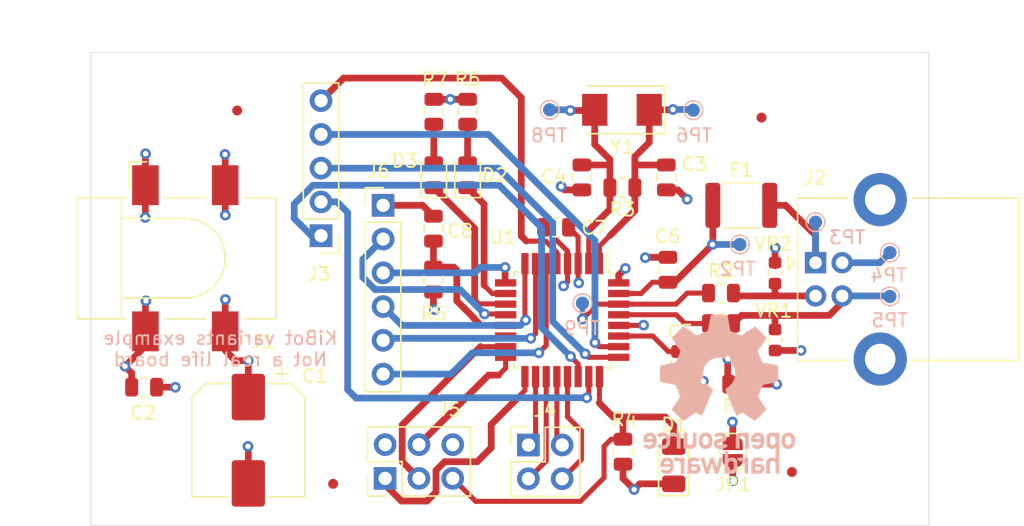
<source format=kicad_pcb>
(kicad_pcb (version 20221018) (generator pcbnew)
  (title_block (title "Arduino UNO programmer") (date "${date}") (rev "${git_hash}") (company "Instituto Nacional de Tecnología Industrial") (comment 4 "An example of KiBot variants"))
  (layers (0 "F.Cu" signal) (1 "In1.Cu" power "GND.Cu") (2 "In2.Cu" power "Power.Cu") (31 "B.Cu" signal) (34 "B.Paste" user) (35 "F.Paste" user) (36 "B.SilkS" user "B.Silkscreen") (37 "F.SilkS" user "F.Silkscreen") (38 "B.Mask" user) (39 "F.Mask" user) (44 "Edge.Cuts" user))
  (property "date" "Today")
  (property "git_hash" "WIP")
  (net 0 "")
  (net 1 "GND")
  (net 2 "+5V")
  (net 3 "Net-(C3-Pad1)")
  (net 4 "Net-(C4-Pad1)")
  (net 5 "Earth")
  (net 6 "Net-(C5-Pad1)")
  (net 7 "VBUS")
  (net 8 "Net-(C8-Pad2)")
  (net 9 "/DTR")
  (net 10 "/RESET2")
  (net 11 "Net-(D2-Pad2)")
  (net 12 "/RXLED")
  (net 13 "Net-(D3-Pad2)")
  (net 14 "/TXLED")
  (net 15 "Net-(F1-Pad2)")
  (net 16 "Net-(FB1-Pad1)")
  (net 17 "Net-(J2-Pad3)")
  (net 18 "Net-(J2-Pad2)")
  (net 19 "Net-(J3-Pad5)")
  (net 20 "Net-(J3-Pad4)")
  (net 21 "Net-(J3-Pad3)")
  (net 22 "Net-(J3-Pad2)")
  (net 23 "Net-(J3-Pad1)")
  (net 24 "Net-(J4-Pad4)")
  (net 25 "Net-(J4-Pad3)")
  (net 26 "Net-(J4-Pad2)")
  (net 27 "Net-(J4-Pad1)")
  (net 28 "/MOSI2")
  (net 29 "/SCK2")
  (net 30 "/MISO2")
  (net 31 "Net-(J6-Pad6)")
  (net 32 "Net-(J6-Pad5)")
  (net 33 "Net-(J6-Pad4)")
  (net 34 "Net-(J6-Pad3)")
  (net 35 "Net-(J6-Pad2)")
  (net 36 "Net-(R1-Pad1)")
  (net 37 "Net-(R2-Pad1)")
  (net 38 "Net-(U1-Pad14)")
  (footprint "Capacitor_SMD:CP_Elec_8x10" (layer "F.Cu") (at 130.8354 94.8944 -90)
    (fp_text reference "C1" (at -4.8514 -5.0038 180) (layer "F.SilkS"))
    (fp_text value "47uF")
    (pad "1" smd roundrect (at -3.25 0 270) (size 3.5 2.5) (layers "F.Cu" "F.Paste" "F.Mask") (roundrect_rratio 0.1) (net 2 "+5V"))
    (pad "2" smd roundrect (at 3.25 0 270) (size 3.5 2.5) (layers "F.Cu" "F.Paste" "F.Mask") (roundrect_rratio 0.1) (net 1 "GND"))
  )
  (footprint "Capacitor_SMD:C_0805_2012Metric" (layer "F.Cu") (at 123 90.9)
    (fp_text reference "C2" (at -0.064 1.937) (layer "F.SilkS"))
    (fp_text value "100nF")
    (pad "1" smd roundrect (at -0.9375 0) (size 0.975 1.4) (layers "F.Cu" "F.Paste" "F.Mask") (net 2 "+5V"))
    (pad "2" smd roundrect (at 0.9375 0) (size 0.975 1.4) (layers "F.Cu" "F.Paste" "F.Mask") (net 1 "GND"))
  )
  (footprint "Capacitor_SMD:C_0805_2012Metric" (layer "F.Cu") (at 162.26 75.116 -90)
    (fp_text reference "C3" (at -0.9988 -2.1034 180) (layer "F.SilkS"))
    (fp_text value "22pF")
    (pad "1" smd roundrect (at -0.9375 0 270) (size 0.975 1.4) (layers "F.Cu" "F.Paste" "F.Mask") (net 3 "Net-(C3-Pad1)"))
    (pad "2" smd roundrect (at 0.9375 0 270) (size 0.975 1.4) (layers "F.Cu" "F.Paste" "F.Mask") (net 1 "GND"))
  )
  (footprint "Capacitor_SMD:C_0805_2012Metric" (layer "F.Cu") (at 155.91 75.116 -90)
    (fp_text reference "C4" (at -0.059 2.113 180) (layer "F.SilkS"))
    (fp_text value "22pF")
    (pad "1" smd roundrect (at -0.9375 0 270) (size 0.975 1.4) (layers "F.Cu" "F.Paste" "F.Mask") (net 4 "Net-(C4-Pad1)"))
    (pad "2" smd roundrect (at 0.9375 0 270) (size 0.975 1.4) (layers "F.Cu" "F.Paste" "F.Mask") (net 1 "GND"))
  )
  (footprint "Capacitor_SMD:C_0805_2012Metric" (layer "F.Cu") (at 163.322 89.154 -90)
    (fp_text reference "C5" (at -2.413 0 180) (layer "F.SilkS"))
    (fp_text value "1uF")
    (pad "1" smd roundrect (at -0.9375 0 270) (size 0.975 1.4) (layers "F.Cu" "F.Paste" "F.Mask") (net 6 "Net-(C5-Pad1)"))
    (pad "2" smd roundrect (at 0.9375 0 270) (size 0.975 1.4) (layers "F.Cu" "F.Paste" "F.Mask") (net 5 "Earth"))
  )
  (footprint "Capacitor_SMD:C_0805_2012Metric" (layer "F.Cu") (at 153.9748 78.867)
    (fp_text reference "C7" (at 2.8702 0.0508) (layer "F.SilkS"))
    (fp_text value "100nF")
    (pad "1" smd roundrect (at -0.9375 0) (size 0.975 1.4) (layers "F.Cu" "F.Paste" "F.Mask") (net 2 "+5V"))
    (pad "2" smd roundrect (at 0.9375 0) (size 0.975 1.4) (layers "F.Cu" "F.Paste" "F.Mask") (net 1 "GND"))
  )
  (footprint "Capacitor_SMD:C_0805_2012Metric" (layer "F.Cu") (at 144.7546 78.9686 90)
    (fp_text reference "C8" (at -0.1778 2.0066 180) (layer "F.SilkS"))
    (fp_text value "100nF")
    (pad "1" smd roundrect (at -0.9375 0 90) (size 0.975 1.4) (layers "F.Cu" "F.Paste" "F.Mask") (net 9 "/DTR"))
    (pad "2" smd roundrect (at 0.9375 0 90) (size 0.975 1.4) (layers "F.Cu" "F.Paste" "F.Mask") (net 8 "Net-(C8-Pad2)"))
  )
  (footprint "Diode_SMD:D_1206_3216Metric" (layer "F.Cu") (at 162.814 96.774 90)
    (fp_text reference "D1" (at 3.048 0.0508 180) (layer "F.SilkS"))
    (fp_text value "CD1206-S01575")
    (pad "1" smd roundrect (at -1.4 0 90) (size 1.25 1.75) (layers "F.Cu" "F.Paste" "F.Mask") (roundrect_rratio 0.2) (net 2 "+5V"))
    (pad "2" smd roundrect (at 1.4 0 90) (size 1.25 1.75) (layers "F.Cu" "F.Paste" "F.Mask") (roundrect_rratio 0.2) (net 10 "/RESET2"))
  )
  (footprint "LED_SMD:LED_0805_2012Metric" (layer "F.Cu") (at 147.32 74.95 90)
    (fp_text reference "D2" (at -0.0054 2.0574 180) (layer "F.SilkS"))
    (fp_text value "LED")
    (pad "1" smd roundrect (at -0.9375 0 90) (size 0.975 1.4) (layers "F.Cu" "F.Paste" "F.Mask") (net 12 "/RXLED"))
    (pad "2" smd roundrect (at 0.9375 0 90) (size 0.975 1.4) (layers "F.Cu" "F.Paste" "F.Mask") (net 11 "Net-(D2-Pad2)"))
  )
  (footprint "LED_SMD:LED_0805_2012Metric" (layer "F.Cu") (at 144.78 74.95 90)
    (fp_text reference "D3" (at 1.0868 -2.1844 180) (layer "F.SilkS"))
    (fp_text value "LED")
    (pad "1" smd roundrect (at -0.9375 0 90) (size 0.975 1.4) (layers "F.Cu" "F.Paste" "F.Mask") (net 14 "/TXLED"))
    (pad "2" smd roundrect (at 0.9375 0 90) (size 0.975 1.4) (layers "F.Cu" "F.Paste" "F.Mask") (net 13 "Net-(D3-Pad2)"))
  )
  (footprint "Resistor_SMD:R_1812_4532Metric" (layer "F.Cu") (at 167.894 77.216)
    (fp_text reference "F1" (at 0 -2.65) (layer "F.SilkS"))
    (fp_text value "MF-MSMF050-2")
    (pad "1" smd roundrect (at -2.1375 0) (size 1.125 3.4) (layers "F.Cu" "F.Paste" "F.Mask") (roundrect_rratio 0.2222222222) (net 7 "VBUS"))
    (pad "2" smd roundrect (at 2.1375 0) (size 1.125 3.4) (layers "F.Cu" "F.Paste" "F.Mask") (roundrect_rratio 0.2222222222) (net 15 "Net-(F1-Pad2)"))
  )
  (footprint "Resistor_SMD:R_0805_2012Metric" (layer "F.Cu") (at 167.894 90.678 180)
    (fp_text reference "FB1" (at 0 -1.65) (layer "F.SilkS"))
    (fp_text value "BLM21PG221SN1D")
    (pad "1" smd roundrect (at -0.9375 0 180) (size 0.975 1.4) (layers "F.Cu" "F.Paste" "F.Mask") (net 16 "Net-(FB1-Pad1)"))
    (pad "2" smd roundrect (at 0.9375 0 180) (size 0.975 1.4) (layers "F.Cu" "F.Paste" "F.Mask") (net 5 "Earth"))
  )
  (footprint "Fiducial:Fiducial_0.75mm_Mask1.5mm" (layer "F.Cu") (at 169.418 70.612)
    (fp_text reference "FID1" hide)
    (fp_text value "Fiducial")
    (pad "" smd circle (at 0 0) (size 0.75 0.75) (layers "F.Cu" "F.Mask") (clearance 0.375))
  )
  (footprint "Fiducial:Fiducial_0.75mm_Mask1.5mm" (layer "F.Cu") (at 171.704 97.282)
    (fp_text reference "FID2" hide)
    (fp_text value "Fiducial")
    (pad "" smd circle (at 0 0) (size 0.75 0.75) (layers "F.Cu" "F.Mask") (clearance 0.375))
  )
  (footprint "Fiducial:Fiducial_0.75mm_Mask1.5mm" (layer "F.Cu") (at 129.9972 70.0786)
    (fp_text reference "FID3" hide)
    (fp_text value "Fiducial")
    (pad "" smd circle (at 0 0) (size 0.75 0.75) (layers "F.Cu" "F.Mask") (clearance 0.375))
  )
  (footprint "Fiducial:Fiducial_0.75mm_Mask1.5mm" (layer "F.Cu") (at 137.2108 98.171)
    (fp_text reference "FID4" hide)
    (fp_text value "Fiducial")
    (pad "" smd circle (at 0 0) (size 0.75 0.75) (layers "F.Cu" "F.Mask") (clearance 0.375))
  )
  (footprint "MountingHole:MountingHole_2.7mm_M2.5" (layer "F.Cu") (at 177 97)
    (fp_text reference "H1" hide)
    (fp_text value "MountingHole")
    (pad "" np_thru_hole circle (at 0 0) (size 2.7 2.7) (drill 2.7) (layers "*.Cu" "*.Mask"))
  )
  (footprint "MountingHole:MountingHole_2.7mm_M2.5" (layer "F.Cu") (at 123 97)
    (fp_text reference "H2" hide)
    (fp_text value "MountingHole")
    (pad "" np_thru_hole circle (at 0 0) (size 2.7 2.7) (drill 2.7) (layers "*.Cu" "*.Mask"))
  )
  (footprint "MountingHole:MountingHole_2.7mm_M2.5" (layer "F.Cu") (at 123 69.5)
    (fp_text reference "H3" hide)
    (fp_text value "MountingHole")
    (pad "" np_thru_hole circle (at 0 0) (size 2.7 2.7) (drill 2.7) (layers "*.Cu" "*.Mask"))
  )
  (footprint "MountingHole:MountingHole_2.7mm_M2.5" (layer "F.Cu") (at 177 69.5)
    (fp_text reference "H4" hide)
    (fp_text value "MountingHole")
    (pad "" np_thru_hole circle (at 0 0) (size 2.7 2.7) (drill 2.7) (layers "*.Cu" "*.Mask"))
  )
  (footprint "Connector_BarrelJack:BarrelJack_CLIFF_FC681465S_SMT_Horizontal" (layer "F.Cu") (at 126.1 81.2)
    (fp_text reference "J1" (at 5.8784 6.2522 180) (layer "F.SilkS"))
    (fp_text value "Barrel_Jack_Switch")
    (pad "" np_thru_hole oval (at -2.9 0 90) (size 2 1.5) (drill oval 2 1.5) (layers "*.Cu" "*.Mask"))
    (pad "" np_thru_hole circle (at 1.5 0 90) (size 2 2) (drill 2) (layers "*.Cu" "*.Mask"))
    (pad "1" smd rect (at -3 -5.5 90) (size 3 2) (layers "F.Cu" "F.Paste" "F.Mask") (net 1 "GND"))
    (pad "1" smd rect (at 3 -5.5 90) (size 3 2) (layers "F.Cu" "F.Paste" "F.Mask") (net 1 "GND"))
    (pad "2" smd rect (at 3 5.5 90) (size 3 2) (layers "F.Cu" "F.Paste" "F.Mask") (net 2 "+5V"))
    (pad "3" smd rect (at -3 5.5 90) (size 3 2) (layers "F.Cu" "F.Paste" "F.Mask") (net 2 "+5V"))
  )
  (footprint "Connector_PinHeader_2.54mm:PinHeader_1x05_P2.54mm_Vertical" (layer "F.Cu") (at 136.3 79.5 180)
    (fp_text reference "J3" (at 0.156 -2.8976) (layer "F.SilkS"))
    (fp_text value "P1")
    (pad "1" thru_hole rect (at 0 0 180) (size 1.7 1.7) (drill 1) (layers "*.Cu" "*.Mask") (net 23 "Net-(J3-Pad1)"))
    (pad "2" thru_hole oval (at 0 2.54 180) (size 1.7 1.7) (drill 1) (layers "*.Cu" "*.Mask") (net 22 "Net-(J3-Pad2)"))
    (pad "3" thru_hole oval (at 0 5.08 180) (size 1.7 1.7) (drill 1) (layers "*.Cu" "*.Mask") (net 21 "Net-(J3-Pad3)"))
    (pad "4" thru_hole oval (at 0 7.62 180) (size 1.7 1.7) (drill 1) (layers "*.Cu" "*.Mask") (net 20 "Net-(J3-Pad4)"))
    (pad "5" thru_hole oval (at 0 10.16 180) (size 1.7 1.7) (drill 1) (layers "*.Cu" "*.Mask") (net 19 "Net-(J3-Pad5)"))
  )
  (footprint "Connector_PinHeader_2.54mm:PinHeader_2x02_P2.54mm_Vertical" (layer "F.Cu") (at 151.892 95.25)
    (fp_text reference "J4" (at 1.2446 -2.6416) (layer "F.SilkS"))
    (fp_text value "2x2M")
    (pad "1" thru_hole rect (at 0 0) (size 1.7 1.7) (drill 1) (layers "*.Cu" "*.Mask") (net 27 "Net-(J4-Pad1)"))
    (pad "2" thru_hole oval (at 2.54 0) (size 1.7 1.7) (drill 1) (layers "*.Cu" "*.Mask") (net 26 "Net-(J4-Pad2)"))
    (pad "3" thru_hole oval (at 0 2.54) (size 1.7 1.7) (drill 1) (layers "*.Cu" "*.Mask") (net 25 "Net-(J4-Pad3)"))
    (pad "4" thru_hole oval (at 2.54 2.54) (size 1.7 1.7) (drill 1) (layers "*.Cu" "*.Mask") (net 24 "Net-(J4-Pad4)"))
  )
  (footprint "Connector_PinHeader_2.54mm:PinHeader_2x03_P2.54mm_Vertical" (layer "F.Cu") (at 141.1224 97.7646 90)
    (fp_text reference "J5" (at 5.1562 4.826 180) (layer "F.SilkS"))
    (fp_text value "ICSP1")
    (pad "1" thru_hole rect (at 0 0 90) (size 1.7 1.7) (drill 1) (layers "*.Cu" "*.Mask") (net 30 "/MISO2"))
    (pad "2" thru_hole oval (at 2.54 0 90) (size 1.7 1.7) (drill 1) (layers "*.Cu" "*.Mask") (net 2 "+5V"))
    (pad "3" thru_hole oval (at 0 2.54 90) (size 1.7 1.7) (drill 1) (layers "*.Cu" "*.Mask") (net 29 "/SCK2"))
    (pad "4" thru_hole oval (at 2.54 2.54 90) (size 1.7 1.7) (drill 1) (layers "*.Cu" "*.Mask") (net 28 "/MOSI2"))
    (pad "5" thru_hole oval (at 0 5.08 90) (size 1.7 1.7) (drill 1) (layers "*.Cu" "*.Mask") (net 10 "/RESET2"))
    (pad "6" thru_hole oval (at 2.54 5.08 90) (size 1.7 1.7) (drill 1) (layers "*.Cu" "*.Mask") (net 1 "GND"))
  )
  (footprint "Connector_PinHeader_2.54mm:PinHeader_1x06_P2.54mm_Vertical" (layer "F.Cu") (at 140.97 77.216)
    (fp_text reference "J6" (at -0.3556 -2.5908) (layer "F.SilkS"))
    (fp_text value "P2")
    (pad "1" thru_hole rect (at 0 0) (size 1.7 1.7) (drill 1) (layers "*.Cu" "*.Mask") (net 8 "Net-(C8-Pad2)"))
    (pad "2" thru_hole oval (at 0 2.54) (size 1.7 1.7) (drill 1) (layers "*.Cu" "*.Mask") (net 35 "Net-(J6-Pad2)"))
    (pad "3" thru_hole oval (at 0 5.08) (size 1.7 1.7) (drill 1) (layers "*.Cu" "*.Mask") (net 34 "Net-(J6-Pad3)"))
    (pad "4" thru_hole oval (at 0 7.62) (size 1.7 1.7) (drill 1) (layers "*.Cu" "*.Mask") (net 33 "Net-(J6-Pad4)"))
    (pad "5" thru_hole oval (at 0 10.16) (size 1.7 1.7) (drill 1) (layers "*.Cu" "*.Mask") (net 32 "Net-(J6-Pad5)"))
    (pad "6" thru_hole oval (at 0 12.7) (size 1.7 1.7) (drill 1) (layers "*.Cu" "*.Mask") (net 31 "Net-(J6-Pad6)"))
  )
  (footprint "Jumper:SolderJumper-2_P1.3mm_Open_RoundedPad1.0x1.5mm" (layer "F.Cu") (at 167.259 95.7834 -90)
    (fp_text reference "JP1" (at 2.4384 -0.0508 180) (layer "F.SilkS"))
    (fp_text value "SolderJumper_2_Open")
    (pad "1" smd custom (at -0.65 0 270) (size 1 0.5) (layers "F.Cu" "F.Mask") (net 5 "Earth") (options (clearance outline) (anchor rect)) (primitives (gr_circle (center 0 0.25) (end 0.5 0.25) (width 0) (fill yes)) (gr_circle (center 0 -0.25) (end 0.5 -0.25) (width 0) (fill yes)) (gr_poly (pts (xy 0 -0.75) (xy 0.5 -0.75) (xy 0.5 0.75) (xy 0 0.75)) (width 0) (fill yes))))
    (pad "2" smd custom (at 0.65 0 270) (size 1 0.5) (layers "F.Cu" "F.Mask") (net 1 "GND") (options (clearance outline) (anchor rect)) (primitives (gr_circle (center 0 0.25) (end 0.5 0.25) (width 0) (fill yes)) (gr_circle (center 0 -0.25) (end 0.5 -0.25) (width 0) (fill yes)) (gr_poly (pts (xy 0 -0.75) (xy -0.5 -0.75) (xy -0.5 0.75) (xy 0 0.75)) (width 0) (fill yes))))
  )
  (footprint "Resistor_SMD:R_0805_2012Metric" (layer "F.Cu") (at 166.37 86.106)
    (fp_text reference "R1" (at 0.0762 1.8034) (layer "F.SilkS"))
    (fp_text value "22R")
    (pad "1" smd roundrect (at -0.9375 0) (size 0.975 1.4) (layers "F.Cu" "F.Paste" "F.Mask") (net 36 "Net-(R1-Pad1)"))
    (pad "2" smd roundrect (at 0.9375 0) (size 0.975 1.4) (layers "F.Cu" "F.Paste" "F.Mask") (net 17 "Net-(J2-Pad3)"))
  )
  (footprint "Resistor_SMD:R_0805_2012Metric" (layer "F.Cu") (at 166.37 83.82)
    (fp_text reference "R2" (at 0 -1.65) (layer "F.SilkS"))
    (fp_text value "22R")
    (pad "1" smd roundrect (at -0.9375 0) (size 0.975 1.4) (layers "F.Cu" "F.Paste" "F.Mask") (net 37 "Net-(R2-Pad1)"))
    (pad "2" smd roundrect (at 0.9375 0) (size 0.975 1.4) (layers "F.Cu" "F.Paste" "F.Mask") (net 18 "Net-(J2-Pad2)"))
  )
  (footprint "Resistor_SMD:R_0805_2012Metric" (layer "F.Cu") (at 158.958 75.878 180)
    (fp_text reference "R3" (at 0 -1.65) (layer "F.SilkS"))
    (fp_text value "1M")
    (pad "1" smd roundrect (at -0.9375 0 180) (size 0.975 1.4) (layers "F.Cu" "F.Paste" "F.Mask") (net 3 "Net-(C3-Pad1)"))
    (pad "2" smd roundrect (at 0.9375 0 180) (size 0.975 1.4) (layers "F.Cu" "F.Paste" "F.Mask") (net 4 "Net-(C4-Pad1)"))
  )
  (footprint "Resistor_SMD:R_0805_2012Metric" (layer "F.Cu") (at 159.004 95.758 90)
    (fp_text reference "R4" (at 2.4384 0.1016 180) (layer "F.SilkS"))
    (fp_text value "10K")
    (pad "1" smd roundrect (at -0.9375 0 90) (size 0.975 1.4) (layers "F.Cu" "F.Paste" "F.Mask") (net 2 "+5V"))
    (pad "2" smd roundrect (at 0.9375 0 90) (size 0.975 1.4) (layers "F.Cu" "F.Paste" "F.Mask") (net 10 "/RESET2"))
  )
  (footprint "Resistor_SMD:R_0805_2012Metric" (layer "F.Cu") (at 144.7546 82.804 -90)
    (fp_text reference "R5" (at 2.5654 -0.0254 180) (layer "F.SilkS"))
    (fp_text value "1K")
    (pad "1" smd roundrect (at -0.9375 0 270) (size 0.975 1.4) (layers "F.Cu" "F.Paste" "F.Mask") (net 9 "/DTR"))
    (pad "2" smd roundrect (at 0.9375 0 270) (size 0.975 1.4) (layers "F.Cu" "F.Paste" "F.Mask") (net 1 "GND"))
  )
  (footprint "Resistor_SMD:R_0805_2012Metric" (layer "F.Cu") (at 147.32 70.1748 -90)
    (fp_text reference "R6" (at -2.4584 0 180) (layer "F.SilkS"))
    (fp_text value "1K")
    (pad "1" smd roundrect (at -0.9375 0 270) (size 0.975 1.4) (layers "F.Cu" "F.Paste" "F.Mask") (net 2 "+5V"))
    (pad "2" smd roundrect (at 0.9375 0 270) (size 0.975 1.4) (layers "F.Cu" "F.Paste" "F.Mask") (net 11 "Net-(D2-Pad2)"))
  )
  (footprint "Resistor_SMD:R_0805_2012Metric" (layer "F.Cu") (at 144.78 70.1748 -90)
    (fp_text reference "R7" (at -2.4076 -0.0762 180) (layer "F.SilkS"))
    (fp_text value "1K")
    (pad "1" smd roundrect (at -0.9375 0 270) (size 0.975 1.4) (layers "F.Cu" "F.Paste" "F.Mask") (net 2 "+5V"))
    (pad "2" smd roundrect (at 0.9375 0 270) (size 0.975 1.4) (layers "F.Cu" "F.Paste" "F.Mask") (net 13 "Net-(D3-Pad2)"))
  )
  (footprint "Resistor_SMD:R_0603_1608Metric" (layer "F.Cu") (at 170.434 87.3505 -90)
    (fp_text reference "VR1" (at -2.2097 0.1016 180) (layer "F.SilkS"))
    (fp_text value "CG0603MLC-05E")
    (pad "1" smd roundrect (at -0.7875 0 270) (size 0.875 0.95) (layers "F.Cu" "F.Paste" "F.Mask") (net 17 "Net-(J2-Pad3)"))
    (pad "2" smd roundrect (at 0.7875 0 270) (size 0.875 0.95) (layers "F.Cu" "F.Paste" "F.Mask") (net 16 "Net-(FB1-Pad1)"))
  )
  (footprint "Crystal:Crystal_SMD_Abracon_ABM3-2Pin_5.0x3.2mm" (layer "F.Cu") (at 158.9278 70.0278 180)
    (fp_text reference "Y1" (at 0 -2.8) (layer "F.SilkS"))
    (fp_text value "16MHz")
    (pad "1" smd rect (at -2.05 0 180) (size 1.9 2.4) (layers "F.Cu" "F.Paste" "F.Mask") (net 3 "Net-(C3-Pad1)"))
    (pad "2" smd rect (at 2.05 0 180) (size 1.9 2.4) (layers "F.Cu" "F.Paste" "F.Mask") (net 4 "Net-(C4-Pad1)"))
  )
  (footprint "Connector_USB:USB_B_Lumberg_2411_02_Horizontal" (layer "F.Cu") (at 173.482 81.534)
    (fp_text reference "J2" (at -0.0508 -6.4008) (layer "F.SilkS"))
    (fp_text value "USB_B")
    (pad "1" thru_hole rect (at 0 0 90) (size 1.6 1.6) (drill 0.95) (layers "*.Cu" "*.Mask") (net 15 "Net-(F1-Pad2)"))
    (pad "2" thru_hole circle (at 0 2.5 90) (size 1.6 1.6) (drill 0.95) (layers "*.Cu" "*.Mask") (net 18 "Net-(J2-Pad2)"))
    (pad "3" thru_hole circle (at 2 2.5 90) (size 1.6 1.6) (drill 0.95) (layers "*.Cu" "*.Mask") (net 17 "Net-(J2-Pad3)"))
    (pad "4" thru_hole circle (at 2 0 90) (size 1.6 1.6) (drill 0.95) (layers "*.Cu" "*.Mask") (net 5 "Earth"))
    (pad "5" thru_hole circle (at 4.86 -4.75 90) (size 4 4) (drill 2.3) (layers "*.Cu" "*.Mask") (net 16 "Net-(FB1-Pad1)"))
    (pad "5" thru_hole circle (at 4.86 7.25 90) (size 4 4) (drill 2.3) (layers "*.Cu" "*.Mask") (net 16 "Net-(FB1-Pad1)"))
  )
  (footprint "Package_QFP:TQFP-32_7x7mm_P0.8mm" (layer "F.Cu") (at 154.432 85.852 -90)
    (fp_text reference "U1" (at -6.223 4.4704 180) (layer "F.SilkS"))
    (fp_text value "ATmega8U2-AU")
    (pad "1" smd rect (at -4.25 -2.8 270) (size 1.6 0.55) (layers "F.Cu" "F.Paste" "F.Mask") (net 3 "Net-(C3-Pad1)"))
    (pad "2" smd rect (at -4.25 -2 270) (size 1.6 0.55) (layers "F.Cu" "F.Paste" "F.Mask") (net 4 "Net-(C4-Pad1)"))
    (pad "3" smd rect (at -4.25 -1.2 270) (size 1.6 0.55) (layers "F.Cu" "F.Paste" "F.Mask") (net 1 "GND"))
    (pad "4" smd rect (at -4.25 -0.4 270) (size 1.6 0.55) (layers "F.Cu" "F.Paste" "F.Mask") (net 2 "+5V"))
    (pad "5" smd rect (at -4.25 0.4 270) (size 1.6 0.55) (layers "F.Cu" "F.Paste" "F.Mask") (net 19 "Net-(J3-Pad5)"))
    (pad "6" smd rect (at -4.25 1.2 270) (size 1.6 0.55) (layers "F.Cu" "F.Paste" "F.Mask") (net 31 "Net-(J6-Pad6)"))
    (pad "7" smd rect (at -4.25 2 270) (size 1.6 0.55) (layers "F.Cu" "F.Paste" "F.Mask") (net 32 "Net-(J6-Pad5)"))
    (pad "8" smd rect (at -4.25 2.8 270) (size 1.6 0.55) (layers "F.Cu" "F.Paste" "F.Mask") (net 33 "Net-(J6-Pad4)"))
    (pad "9" smd rect (at -2.8 4.25) (size 1.6 0.55) (layers "F.Cu" "F.Paste" "F.Mask") (net 34 "Net-(J6-Pad3)"))
    (pad "10" smd rect (at -2 4.25) (size 1.6 0.55) (layers "F.Cu" "F.Paste" "F.Mask") (net 12 "/RXLED"))
    (pad "11" smd rect (at -1.2 4.25) (size 1.6 0.55) (layers "F.Cu" "F.Paste" "F.Mask") (net 14 "/TXLED"))
    (pad "12" smd rect (at -0.4 4.25) (size 1.6 0.55) (layers "F.Cu" "F.Paste" "F.Mask") (net 35 "Net-(J6-Pad2)"))
    (pad "13" smd rect (at 0.4 4.25) (size 1.6 0.55) (layers "F.Cu" "F.Paste" "F.Mask") (net 9 "/DTR"))
    (pad "14" smd rect (at 1.2 4.25) (size 1.6 0.55) (layers "F.Cu" "F.Paste" "F.Mask") (net 38 "Net-(U1-Pad14)"))
    (pad "15" smd rect (at 2 4.25) (size 1.6 0.55) (layers "F.Cu" "F.Paste" "F.Mask") (net 29 "/SCK2"))
    (pad "16" smd rect (at 2.8 4.25) (size 1.6 0.55) (layers "F.Cu" "F.Paste" "F.Mask") (net 28 "/MOSI2"))
    (pad "17" smd rect (at 4.25 2.8 270) (size 1.6 0.55) (layers "F.Cu" "F.Paste" "F.Mask") (net 30 "/MISO2"))
    (pad "18" smd rect (at 4.25 2 270) (size 1.6 0.55) (layers "F.Cu" "F.Paste" "F.Mask") (net 27 "Net-(J4-Pad1)"))
    (pad "19" smd rect (at 4.25 1.2 270) (size 1.6 0.55) (layers "F.Cu" "F.Paste" "F.Mask") (net 25 "Net-(J4-Pad3)"))
    (pad "20" smd rect (at 4.25 0.4 270) (size 1.6 0.55) (layers "F.Cu" "F.Paste" "F.Mask") (net 26 "Net-(J4-Pad2)"))
    (pad "21" smd rect (at 4.25 -0.4 270) (size 1.6 0.55) (layers "F.Cu" "F.Paste" "F.Mask") (net 24 "Net-(J4-Pad4)"))
    (pad "22" smd rect (at 4.25 -1.2 270) (size 1.6 0.55) (layers "F.Cu" "F.Paste" "F.Mask") (net 23 "Net-(J3-Pad1)"))
    (pad "23" smd rect (at 4.25 -2 270) (size 1.6 0.55) (layers "F.Cu" "F.Paste" "F.Mask") (net 22 "Net-(J3-Pad2)"))
    (pad "24" smd rect (at 4.25 -2.8 270) (size 1.6 0.55) (layers "F.Cu" "F.Paste" "F.Mask") (net 10 "/RESET2"))
    (pad "25" smd rect (at 2.8 -4.25) (size 1.6 0.55) (layers "F.Cu" "F.Paste" "F.Mask") (net 21 "Net-(J3-Pad3)"))
    (pad "26" smd rect (at 2 -4.25) (size 1.6 0.55) (layers "F.Cu" "F.Paste" "F.Mask") (net 20 "Net-(J3-Pad4)"))
    (pad "27" smd rect (at 1.2 -4.25) (size 1.6 0.55) (layers "F.Cu" "F.Paste" "F.Mask") (net 6 "Net-(C5-Pad1)"))
    (pad "28" smd rect (at 0.4 -4.25) (size 1.6 0.55) (layers "F.Cu" "F.Paste" "F.Mask") (net 5 "Earth"))
    (pad "29" smd rect (at -0.4 -4.25) (size 1.6 0.55) (layers "F.Cu" "F.Paste" "F.Mask") (net 36 "Net-(R1-Pad1)"))
    (pad "30" smd rect (at -1.2 -4.25) (size 1.6 0.55) (layers "F.Cu" "F.Paste" "F.Mask") (net 37 "Net-(R2-Pad1)"))
    (pad "31" smd rect (at -2 -4.25) (size 1.6 0.55) (layers "F.Cu" "F.Paste" "F.Mask") (net 7 "VBUS"))
    (pad "32" smd rect (at -2.8 -4.25) (size 1.6 0.55) (layers "F.Cu" "F.Paste" "F.Mask") (net 2 "+5V"))
  )
  (footprint "Resistor_SMD:R_0603_1608Metric" (layer "F.Cu") (at 170.434 82.3214 90)
    (fp_text reference "VR2" (at 2.2098 -0.1524 180) (layer "F.SilkS"))
    (fp_text value "CG0603MLC-05E")
    (pad "1" smd roundrect (at -0.7875 0 90) (size 0.875 0.95) (layers "F.Cu" "F.Paste" "F.Mask") (net 18 "Net-(J2-Pad2)"))
    (pad "2" smd roundrect (at 0.7875 0 90) (size 0.875 0.95) (layers "F.Cu" "F.Paste" "F.Mask") (net 16 "Net-(FB1-Pad1)"))
  )
  (footprint "Capacitor_SMD:C_0805_2012Metric" (layer "F.Cu") (at 162.3822 82.0674 90)
    (fp_text reference "C6" (at 2.5146 -0.0254 180) (layer "F.SilkS"))
    (fp_text value "100nF")
    (pad "1" smd roundrect (at -0.9375 0 90) (size 0.975 1.4) (layers "F.Cu" "F.Paste" "F.Mask") (net 7 "VBUS"))
    (pad "2" smd roundrect (at 0.9375 0 90) (size 0.975 1.4) (layers "F.Cu" "F.Paste" "F.Mask") (net 5 "Earth"))
  )
  (footprint "TestPoint:TestPoint_Pad_D1.0mm" (layer "B.Cu") (at 167.7924 80.1624)
    (fp_text reference "TP2" (at -0.1778 1.8288) (layer "B.SilkS") (effects (justify mirror)))
    (fp_text value "TestPoint")
    (pad "1" smd circle (at 0 0) (size 1 1) (layers "B.Cu" "B.Mask") (net 7 "VBUS"))
  )
  (footprint "TestPoint:TestPoint_Pad_D1.0mm" (layer "B.Cu") (at 173.482 78.486)
    (fp_text reference "TP3" (at 2.3622 1.143) (layer "B.SilkS") (effects (justify mirror)))
    (fp_text value "TestPoint")
    (pad "1" smd circle (at 0 0) (size 1 1) (layers "B.Cu" "B.Mask") (net 15 "Net-(F1-Pad2)"))
  )
  (footprint "TestPoint:TestPoint_Pad_D1.0mm" (layer "B.Cu") (at 179.07 80.772)
    (fp_text reference "TP4" (at -0.1016 1.7272) (layer "B.SilkS") (effects (justify mirror)))
    (fp_text value "TestPoint")
    (pad "1" smd circle (at 0 0) (size 1 1) (layers "B.Cu" "B.Mask") (net 5 "Earth"))
  )
  (footprint "TestPoint:TestPoint_Pad_D1.0mm" (layer "B.Cu") (at 179.07 84.074)
    (fp_text reference "TP5" (at -0.0254 1.8034) (layer "B.SilkS") (effects (justify mirror)))
    (fp_text value "TestPoint")
    (pad "1" smd circle (at 0 0) (size 1 1) (layers "B.Cu" "B.Mask") (net 17 "Net-(J2-Pad3)"))
  )
  (footprint "TestPoint:TestPoint_Pad_D1.0mm" (layer "B.Cu") (at 164.2872 70.0532)
    (fp_text reference "TP6" (at 0.0508 1.905) (layer "B.SilkS") (effects (justify mirror)))
    (fp_text value "TestPoint")
    (pad "1" smd circle (at 0 0) (size 1 1) (layers "B.Cu" "B.Mask") (net 3 "Net-(C3-Pad1)"))
  )
  (footprint "TestPoint:TestPoint_Pad_D1.0mm" (layer "B.Cu") (at 153.4922 70.0278)
    (fp_text reference "TP8" (at -0.0508 1.9304) (layer "B.SilkS") (effects (justify mirror)))
    (fp_text value "TestPoint")
    (pad "1" smd circle (at 0 0) (size 1 1) (layers "B.Cu" "B.Mask") (net 4 "Net-(C4-Pad1)"))
  )
  (footprint "TestPoint:TestPoint_Pad_D1.0mm" (layer "B.Cu") (at 155.956 84.582)
    (fp_text reference "TP9" (at -0.0254 1.8796) (layer "B.SilkS") (effects (justify mirror)))
    (fp_text value "TestPoint")
    (pad "1" smd circle (at 0 0) (size 1 1) (layers "B.Cu" "B.Mask") (net 37 "Net-(R2-Pad1)"))
  )
  (footprint "Symbol:OSHW-Logo_11.4x12mm_SilkScreen" (layer "B.Cu") (at 166.243 91.44 180)
    (fp_text reference "LOGO1" hide)
    (fp_text value "Logo_Open_Hardware_Large" hide)
  )
  (gr_line (start 119 101.3) (end 182 101.3) (stroke (width 0.05)) (layer "Edge.Cuts"))
  (gr_line (start 182 101.3) (end 182 65.7) (stroke (width 0.05)) (layer "Edge.Cuts"))
  (gr_line (start 119 65.7) (end 119 101.3) (stroke (width 0.05)) (layer "Edge.Cuts"))
  (gr_line (start 182 65.7) (end 119 65.7) (stroke (width 0.05)) (layer "Edge.Cuts"))
  (gr_text "KiBot variants example\nNot a real life board" (at 128.7272 88.011) (layer "B.SilkS") (effects (font (size 1 1)) (justify mirror)))
  (segment (start 144.7546 84.9884) (end 144.8308 85.0646) (width 0.508) (layer "F.Cu") (net 1))
  (segment (start 125.3424 90.9) (end 125.349 90.9066) (width 0.508) (layer "F.Cu") (net 1))
  (segment (start 129.1 75.7) (end 129.1 77.9444) (width 0.508) (layer "F.Cu") (net 1))
  (segment (start 155.632 83.0134) (end 155.6766 83.058) (width 0.381) (layer "F.Cu") (net 1))
  (segment (start 144.7546 83.7415) (end 144.7546 84.9884) (width 0.508) (layer "F.Cu") (net 1))
  (segment (start 123.9375 90.9) (end 125.3424 90.9) (width 0.508) (layer "F.Cu") (net 1))
  (segment (start 123.1 75.7) (end 123.1 78.1188) (width 0.508) (layer "F.Cu") (net 1))
  (segment (start 163.1247 76.0535) (end 163.83 76.7588) (width 0.508) (layer "F.Cu") (net 1))
  (segment (start 155.632 79.5867) (end 154.9123 78.867) (width 0.381) (layer "F.Cu") (net 1))
  (segment (start 155.632 81.602) (end 155.632 83.0134) (width 0.381) (layer "F.Cu") (net 1))
  (segment (start 123.1 75.7) (end 123.1 73.3436) (width 0.508) (layer "F.Cu") (net 1))
  (segment (start 154.6157 76.0535) (end 154.3558 75.7936) (width 0.508) (layer "F.Cu") (net 1))
  (segment (start 123.1 73.3436) (end 123.1138 73.3298) (width 0.508) (layer "F.Cu") (net 1))
  (segment (start 162.26 76.0535) (end 163.1247 76.0535) (width 0.508) (layer "F.Cu") (net 1))
  (segment (start 155.91 76.0535) (end 154.6157 76.0535) (width 0.508) (layer "F.Cu") (net 1))
  (segment (start 167.259 96.4334) (end 167.259 97.9424) (width 0.508) (layer "F.Cu") (net 1))
  (segment (start 130.8354 95.377) (end 130.81 95.3516) (width 0.508) (layer "F.Cu") (net 1))
  (segment (start 129.1 73.3978) (end 129.0828 73.3806) (width 0.508) (layer "F.Cu") (net 1))
  (segment (start 129.1 77.9444) (end 129.1082 77.9526) (width 0.508) (layer "F.Cu") (net 1))
  (segment (start 123.1 78.1188) (end 123.0884 78.1304) (width 0.508) (layer "F.Cu") (net 1))
  (segment (start 155.632 81.602) (end 155.632 79.5867) (width 0.381) (layer "F.Cu") (net 1))
  (segment (start 130.8354 98.1444) (end 130.8354 95.377) (width 0.508) (layer "F.Cu") (net 1))
  (segment (start 129.1 75.7) (end 129.1 73.3978) (width 0.508) (layer "F.Cu") (net 1))
  (via (at 154.3558 75.7936) (size 0.8) (drill 0.4) (layers "F.Cu" "B.Cu") (net 1))
  (via (at 123.1138 73.3298) (size 0.8) (drill 0.4) (layers "F.Cu" "B.Cu") (net 1))
  (via (at 129.1082 77.9526) (size 0.8) (drill 0.4) (layers "F.Cu" "B.Cu") (net 1))
  (via (at 167.259 97.9424) (size 0.8) (drill 0.4) (layers "F.Cu" "B.Cu") (net 1))
  (via (at 155.6766 83.058) (size 0.8) (drill 0.4) (layers "F.Cu" "B.Cu") (net 1))
  (via (at 163.83 76.7588) (size 0.8) (drill 0.4) (layers "F.Cu" "B.Cu") (net 1))
  (via (at 125.349 90.9066) (size 0.8) (drill 0.4) (layers "F.Cu" "B.Cu") (net 1))
  (via (at 130.81 95.3516) (size 0.8) (drill 0.4) (layers "F.Cu" "B.Cu") (net 1))
  (via (at 129.0828 73.3806) (size 0.8) (drill 0.4) (layers "F.Cu" "B.Cu") (net 1))
  (via (at 144.8308 85.0646) (size 0.8) (drill 0.4) (layers "F.Cu" "B.Cu") (net 1))
  (via (at 123.0884 78.1304) (size 0.8) (drill 0.4) (layers "F.Cu" "B.Cu") (net 1))
  (segment (start 123.1 84.4434) (end 123.1392 84.4042) (width 0.508) (layer "F.Cu") (net 2))
  (segment (start 144.78 69.2373) (end 146.0215 69.2373) (width 0.508) (layer "F.Cu") (net 2))
  (segment (start 154.832 82.9882) (end 154.5336 83.2866) (width 0.381) (layer "F.Cu") (net 2))
  (segment (start 129.1 84.3108) (end 129.1082 84.3026) (width 0.508) (layer "F.Cu") (net 2))
  (segment (start 162.814 98.174) (end 160.271 98.174) (width 0.508) (layer "F.Cu") (net 2))
  (segment (start 158.682 83.052) (end 158.682 82.4656) (width 0.508) (layer "F.Cu") (net 2))
  (segment (start 154.832 80.6617) (end 153.0373 78.867) (width 0.381) (layer "F.Cu") (net 2))
  (segment (start 159.004 97.7646) (end 159.8422 98.6028) (width 0.508) (layer "F.Cu") (net 2))
  (segment (start 123.1 86.7) (end 123.1 84.4434) (width 0.508) (layer "F.Cu") (net 2))
  (segment (start 146.0215 69.2373) (end 146.0246 69.2404) (width 0.508) (layer "F.Cu") (net 2))
  (segment (start 159.004 96.6955) (end 159.004 97.7646) (width 0.508) (layer "F.Cu") (net 2))
  (segment (start 123.1 86.7) (end 123.1 87.7962) (width 0.508) (layer "F.Cu") (net 2))
  (segment (start 129.1 86.7) (end 129.1 84.3108) (width 0.508) (layer "F.Cu") (net 2))
  (segment (start 129.8702 88.9) (end 130.8354 88.9) (width 0.508) (layer "F.Cu") (net 2))
  (segment (start 122.0625 89.8299) (end 121.5644 89.3318) (width 0.508) (layer "F.Cu") (net 2))
  (segment (start 122.0625 90.9) (end 122.0625 89.8299) (width 0.508) (layer "F.Cu") (net 2))
  (segment (start 130.8354 91.6444) (end 130.8354 88.9) (width 0.508) (layer "F.Cu") (net 2))
  (segment (start 160.271 98.174) (end 159.8422 98.6028) (width 0.508) (layer "F.Cu") (net 2))
  (segment (start 146.0277 69.2373) (end 146.0246 69.2404) (width 0.508) (layer "F.Cu") (net 2))
  (segment (start 154.832 81.602) (end 154.832 80.6617) (width 0.381) (layer "F.Cu") (net 2))
  (segment (start 158.682 82.4656) (end 159.1818 81.9658) (width 0.508) (layer "F.Cu") (net 2))
  (segment (start 123.1 87.7962) (end 121.5644 89.3318) (width 0.508) (layer "F.Cu") (net 2))
  (segment (start 129.1 88.1298) (end 129.8702 88.9) (width 0.508) (layer "F.Cu") (net 2))
  (segment (start 129.1 86.7) (end 129.1 88.1298) (width 0.508) (layer "F.Cu") (net 2))
  (segment (start 147.32 69.2373) (end 146.0277 69.2373) (width 0.508) (layer "F.Cu") (net 2))
  (segment (start 154.832 81.602) (end 154.832 82.9882) (width 0.381) (layer "F.Cu") (net 2))
  (via (at 159.8422 98.6028) (size 0.8) (drill 0.4) (layers "F.Cu" "B.Cu") (net 2))
  (via (at 154.5336 83.2866) (size 0.8) (drill 0.4) (layers "F.Cu" "B.Cu") (net 2))
  (via (at 146.0246 69.2404) (size 0.8) (drill 0.4) (layers "F.Cu" "B.Cu") (net 2))
  (via (at 159.1818 81.9658) (size 0.8) (drill 0.4) (layers "F.Cu" "B.Cu") (net 2))
  (via (at 130.8354 88.9) (size 0.8) (drill 0.4) (layers "F.Cu" "B.Cu") (net 2))
  (via (at 129.1082 84.3026) (size 0.8) (drill 0.4) (layers "F.Cu" "B.Cu") (net 2))
  (via (at 121.5644 89.3318) (size 0.8) (drill 0.4) (layers "F.Cu" "B.Cu") (net 2))
  (via (at 123.1392 84.4042) (size 0.8) (drill 0.4) (layers "F.Cu" "B.Cu") (net 2))
  (segment (start 162.26 74.1785) (end 159.9543 74.1785) (width 0.508) (layer "F.Cu") (net 3))
  (segment (start 162.7378 70.0278) (end 162.7632 70.0024) (width 0.508) (layer "F.Cu") (net 3))
  (segment (start 157.232 80.2834) (end 158.0388 79.4766) (width 0.381) (layer "F.Cu") (net 3))
  (segment (start 159.8955 73.5559) (end 160.9778 72.4736) (width 0.508) (layer "F.Cu") (net 3))
  (segment (start 160.9778 72.4736) (end 160.9778 70.0278) (width 0.508) (layer "F.Cu") (net 3))
  (segment (start 158.0388 79.4766) (end 159.8955 77.6199) (width 0.508) (layer "F.Cu") (net 3))
  (segment (start 159.9543 74.1785) (end 159.8955 74.1197) (width 0.508) (layer "F.Cu") (net 3))
  (segment (start 159.8955 75.878) (end 159.8955 74.1197) (width 0.508) (layer "F.Cu") (net 3))
  (segment (start 160.9778 70.0278) (end 162.7378 70.0278) (width 0.508) (layer "F.Cu") (net 3))
  (segment (start 157.232 81.602) (end 157.232 80.2834) (width 0.381) (layer "F.Cu") (net 3))
  (segment (start 159.8955 77.6199) (end 159.8955 75.878) (width 0.508) (layer "F.Cu") (net 3))
  (segment (start 159.8955 74.1197) (end 159.8955 73.5559) (width 0.508) (layer "F.Cu") (net 3))
  (via (at 162.7632 70.0024) (size 0.8) (drill 0.4) (layers "F.Cu" "B.Cu") (net 3))
  (segment (start 164.2364 70.0024) (end 164.2872 70.0532) (width 0.508) (layer "B.Cu") (net 3))
  (segment (start 162.7632 70.0024) (end 164.2364 70.0024) (width 0.508) (layer "B.Cu") (net 3))
  (segment (start 155.91 74.1785) (end 157.8759 74.1785) (width 0.508) (layer "F.Cu") (net 4))
  (segment (start 156.827 70.0786) (end 156.8778 70.0278) (width 0.508) (layer "F.Cu") (net 4))
  (segment (start 158.0205 75.878) (end 158.0205 77.5137) (width 0.508) (layer "F.Cu") (net 4))
  (segment (start 155.0416 70.0786) (end 156.827 70.0786) (width 0.508) (layer "F.Cu") (net 4))
  (segment (start 158.0205 75.878) (end 158.0205 74.0339) (width 0.508) (layer "F.Cu") (net 4))
  (segment (start 156.4386 79.0956) (end 156.432 79.1022) (width 0.381) (layer "F.Cu") (net 4))
  (segment (start 158.0205 74.0339) (end 158.0205 73.7687) (width 0.508) (layer "F.Cu") (net 4))
  (segment (start 156.432 79.1022) (end 156.432 81.602) (width 0.381) (layer "F.Cu") (net 4))
  (segment (start 158.0205 77.5137) (end 156.4386 79.0956) (width 0.508) (layer "F.Cu") (net 4))
  (segment (start 156.8778 72.626) (end 156.8778 70.0278) (width 0.508) (layer "F.Cu") (net 4))
  (segment (start 157.8759 74.1785) (end 158.0205 74.0339) (width 0.508) (layer "F.Cu") (net 4))
  (segment (start 158.0205 73.7687) (end 156.8778 72.626) (width 0.508) (layer "F.Cu") (net 4))
  (via (at 155.0416 70.0786) (size 0.8) (drill 0.4) (layers "F.Cu" "B.Cu") (net 4))
  (segment (start 154.9908 70.0278) (end 155.0416 70.0786) (width 0.508) (layer "B.Cu") (net 4))
  (segment (start 153.4922 70.0278) (end 154.9908 70.0278) (width 0.508) (layer "B.Cu") (net 4))
  (segment (start 158.682 86.252) (end 160.5344 86.252) (width 0.381) (layer "F.Cu") (net 5))
  (segment (start 160.7035 81.1299) (end 160.6804 81.153) (width 0.508) (layer "F.Cu") (net 5))
  (segment (start 166.878 88.773) (end 166.878 90.5995) (width 0.508) (layer "F.Cu") (net 5))
  (segment (start 163.322 90.0915) (end 164.6913 90.0915) (width 0.508) (layer "F.Cu") (net 5))
  (segment (start 167.259 95.1334) (end 167.259 93.5482) (width 0.508) (layer "F.Cu") (net 5))
  (segment (start 162.3822 81.1299) (end 160.7035 81.1299) (width 0.508) (layer "F.Cu") (net 5))
  (segment (start 160.5344 86.252) (end 160.5534 86.233) (width 0.381) (layer "F.Cu") (net 5))
  (segment (start 166.878 90.5995) (end 166.9565 90.678) (width 0.508) (layer "F.Cu") (net 5))
  (segment (start 164.6913 90.0915) (end 165.0492 90.4494) (width 0.508) (layer "F.Cu") (net 5))
  (segment (start 167.259 93.5482) (end 167.2336 93.5228) (width 0.508) (layer "F.Cu") (net 5))
  (via (at 160.6804 81.153) (size 0.8) (drill 0.4) (layers "F.Cu" "B.Cu") (net 5))
  (via (at 166.878 88.773) (size 0.8) (drill 0.4) (layers "F.Cu" "B.Cu") (net 5))
  (via (at 160.5534 86.233) (size 0.8) (drill 0.4) (layers "F.Cu" "B.Cu") (net 5))
  (via (at 167.2336 93.5228) (size 0.8) (drill 0.4) (layers "F.Cu" "B.Cu") (net 5))
  (via (at 165.0492 90.4494) (size 0.8) (drill 0.4) (layers "F.Cu" "B.Cu") (net 5))
  (segment (start 178.308 81.534) (end 179.07 80.772) (width 0.508) (layer "B.Cu") (net 5))
  (segment (start 175.482 81.534) (end 178.308 81.534) (width 0.508) (layer "B.Cu") (net 5))
  (segment (start 161.2454 87.052) (end 162.4099 88.2165) (width 0.381) (layer "F.Cu") (net 6))
  (segment (start 158.682 87.052) (end 161.2454 87.052) (width 0.381) (layer "F.Cu") (net 6))
  (segment (start 162.4099 88.2165) (end 163.322 88.2165) (width 0.381) (layer "F.Cu") (net 6))
  (segment (start 160.369 83.852) (end 161.2161 83.0049) (width 0.381) (layer "F.Cu") (net 7))
  (segment (start 162.3822 83.0049) (end 162.8925 83.0049) (width 0.508) (layer "F.Cu") (net 7))
  (segment (start 162.8925 83.0049) (end 165.735 80.1624) (width 0.508) (layer "F.Cu") (net 7))
  (segment (start 158.682 83.852) (end 160.369 83.852) (width 0.381) (layer "F.Cu") (net 7))
  (segment (start 165.7565 77.216) (end 165.7565 80.1409) (width 0.508) (layer "F.Cu") (net 7))
  (segment (start 161.2161 83.0049) (end 162.3822 83.0049) (width 0.381) (layer "F.Cu") (net 7))
  (segment (start 165.7565 80.1409) (end 165.735 80.1624) (width 0.508) (layer "F.Cu") (net 7))
  (via (at 165.735 80.1624) (size 0.8) (drill 0.4) (layers "F.Cu" "B.Cu") (net 7))
  (segment (start 165.735 80.1624) (end 167.7924 80.1624) (width 0.508) (layer "B.Cu") (net 7))
  (segment (start 140.97 77.216) (end 143.9395 77.216) (width 0.508) (layer "F.Cu") (net 8))
  (segment (start 143.9395 77.216) (end 144.7546 78.0311) (width 0.508) (layer "F.Cu") (net 8))
  (segment (start 146.5072 82.0928) (end 146.2809 81.8665) (width 0.508) (layer "F.Cu") (net 9))
  (segment (start 147.7772 85.6742) (end 146.5072 84.4042) (width 0.508) (layer "F.Cu") (net 9))
  (segment (start 147.7772 85.7122) (end 147.7772 85.6742) (width 0.508) (layer "F.Cu") (net 9))
  (segment (start 146.2809 81.8665) (end 144.7546 81.8665) (width 0.508) (layer "F.Cu") (net 9))
  (segment (start 146.5072 84.4042) (end 146.5072 82.0928) (width 0.508) (layer "F.Cu") (net 9))
  (segment (start 148.317 86.252) (end 147.7772 85.7122) (width 0.508) (layer "F.Cu") (net 9))
  (segment (start 150.182 86.252) (end 148.317 86.252) (width 0.381) (layer "F.Cu") (net 9))
  (segment (start 144.7546 79.9061) (end 144.7546 81.8665) (width 0.508) (layer "F.Cu") (net 9))
  (segment (start 158.2674 93.1418) (end 157.226 92.1004) (width 0.508) (layer "F.Cu") (net 10))
  (segment (start 159.004 93.2942) (end 159.004 94.8205) (width 0.508) (layer "F.Cu") (net 10))
  (segment (start 157.5816 95.3516) (end 158.1127 94.8205) (width 0.381) (layer "F.Cu") (net 10))
  (segment (start 158.1127 94.8205) (end 159.004 94.8205) (width 0.381) (layer "F.Cu") (net 10))
  (segment (start 146.2024 97.7646) (end 147.9296 99.4918) (width 0.381) (layer "F.Cu") (net 10))
  (segment (start 159.1564 93.1418) (end 158.2674 93.1418) (width 0.508) (layer "F.Cu") (net 10))
  (segment (start 157.232 92.0944) (end 157.232 90.102) (width 0.381) (layer "F.Cu") (net 10))
  (segment (start 162.179 93.1418) (end 159.1564 93.1418) (width 0.508) (layer "F.Cu") (net 10))
  (segment (start 157.5816 97.7138) (end 157.5816 95.3516) (width 0.381) (layer "F.Cu") (net 10))
  (segment (start 157.226 92.1004) (end 157.232 92.0944) (width 0.381) (layer "F.Cu") (net 10))
  (segment (start 162.814 95.374) (end 162.814 93.7768) (width 0.508) (layer "F.Cu") (net 10))
  (segment (start 162.814 93.7768) (end 162.179 93.1418) (width 0.508) (layer "F.Cu") (net 10))
  (segment (start 159.1564 93.1418) (end 159.004 93.2942) (width 0.508) (layer "F.Cu") (net 10))
  (segment (start 147.9296 99.4918) (end 155.8036 99.4918) (width 0.381) (layer "F.Cu") (net 10))
  (segment (start 155.8036 99.4918) (end 157.5816 97.7138) (width 0.381) (layer "F.Cu") (net 10))
  (segment (start 147.32 71.1123) (end 147.32 74.0125) (width 0.508) (layer "F.Cu") (net 11))
  (segment (start 149.175478 83.852) (end 148.5646 83.241122) (width 0.381) (layer "F.Cu") (net 12))
  (segment (start 150.182 83.852) (end 149.175478 83.852) (width 0.381) (layer "F.Cu") (net 12))
  (segment (start 148.5646 83.241122) (end 148.5646 77.1321) (width 0.508) (layer "F.Cu") (net 12))
  (segment (start 148.5646 77.1321) (end 147.32 75.8875) (width 0.508) (layer "F.Cu") (net 12))
  (segment (start 144.78 71.1123) (end 144.78 74.0125) (width 0.508) (layer "F.Cu") (net 13))
  (segment (start 144.78 75.8875) (end 147.8534 78.9609) (width 0.508) (layer "F.Cu") (net 14))
  (segment (start 147.8534 78.9609) (end 147.8534 84.4042) (width 0.508) (layer "F.Cu") (net 14))
  (segment (start 150.1628 84.6328) (end 150.182 84.652) (width 0.381) (layer "F.Cu") (net 14))
  (segment (start 147.8534 84.4042) (end 148.082 84.6328) (width 0.508) (layer "F.Cu") (net 14))
  (segment (start 148.082 84.6328) (end 150.1628 84.6328) (width 0.381) (layer "F.Cu") (net 14))
  (segment (start 171.216 77.216) (end 170.0315 77.216) (width 0.508) (layer "F.Cu") (net 15))
  (segment (start 173.482 79.482) (end 171.216 77.216) (width 0.508) (layer "F.Cu") (net 15))
  (segment (start 173.482 81.534) (end 173.482 79.482) (width 0.508) (layer "F.Cu") (net 15))
  (segment (start 173.482 81.534) (end 173.482 78.486) (width 0.508) (layer "B.Cu") (net 15))
  (segment (start 170.434 81.7625) (end 170.434 80.4418) (width 0.508) (layer "F.Cu") (net 16))
  (segment (start 170.434 88.138) (end 172.3898 88.138) (width 0.508) (layer "F.Cu") (net 16))
  (segment (start 170.434 80.4418) (end 170.4594 80.4164) (width 0.508) (layer "F.Cu") (net 16))
  (segment (start 168.8315 90.678) (end 170.561 90.678) (width 0.508) (layer "F.Cu") (net 16))
  (via (at 170.4594 80.4164) (size 0.8) (drill 0.4) (layers "F.Cu" "B.Cu") (net 16))
  (via (at 172.3898 88.138) (size 0.8) (drill 0.4) (layers "F.Cu" "B.Cu") (net 16))
  (via (at 170.561 90.678) (size 0.8) (drill 0.4) (layers "F.Cu" "B.Cu") (net 16))
  (segment (start 175.482 84.034) (end 175.482 84.526) (width 0.508) (layer "F.Cu") (net 17))
  (segment (start 174.508 85.5) (end 170.4122 85.5) (width 0.508) (layer "F.Cu") (net 17))
  (segment (start 170.434 86.563) (end 170.434 85.5218) (width 0.508) (layer "F.Cu") (net 17))
  (segment (start 175.482 84.526) (end 174.508 85.5) (width 0.508) (layer "F.Cu") (net 17))
  (segment (start 167.9135 85.5) (end 167.3075 86.106) (width 0.508) (layer "F.Cu") (net 17))
  (segment (start 170.2018 85.5) (end 167.9135 85.5) (width 0.508) (layer "F.Cu") (net 17))
  (segment (start 175.482 84.034) (end 179.03 84.034) (width 0.508) (layer "B.Cu") (net 17))
  (segment (start 179.03 84.034) (end 179.07 84.074) (width 0.508) (layer "B.Cu") (net 17))
  (segment (start 170.3686 84.034) (end 167.5215 84.034) (width 0.508) (layer "F.Cu") (net 18))
  (segment (start 173.482 84.034) (end 170.3686 84.034) (width 0.508) (layer "F.Cu") (net 18))
  (segment (start 167.5215 84.034) (end 167.3075 83.82) (width 0.508) (layer "F.Cu") (net 18))
  (segment (start 170.434 83.1089) (end 170.434 83.9686) (width 0.508) (layer "F.Cu") (net 18))
  (segment (start 170.434 83.9686) (end 170.3686 84.034) (width 0.508) (layer "F.Cu") (net 18))
  (segment (start 154.032 80.753) (end 153.18891 79.90991) (width 0.381) (layer "F.Cu") (net 19))
  (segment (start 149.8854 67.6402) (end 137.9998 67.6402) (width 0.508) (layer "F.Cu") (net 19))
  (segment (start 151.74111 79.90991) (end 151.3586 79.5274) (width 0.508) (layer "F.Cu") (net 19))
  (segment (start 151.3586 79.5274) (end 151.3586 69.1134) (width 0.508) (layer "F.Cu") (net 19))
  (segment (start 137.9998 67.6402) (end 136.3 69.34) (width 0.508) (layer "F.Cu") (net 19))
  (segment (start 151.3586 69.1134) (end 149.8854 67.6402) (width 0.508) (layer "F.Cu") (net 19))
  (segment (start 153.18891 79.90991) (end 151.74111 79.90991) (width 0.381) (layer "F.Cu") (net 19))
  (segment (start 154.032 81.602) (end 154.032 80.753) (width 0.381) (layer "F.Cu") (net 19))
  (segment (start 158.682 87.852) (end 157.194 87.852) (width 0.381) (layer "F.Cu") (net 20))
  (segment (start 157.194 87.852) (end 156.8958 87.5538) (width 0.381) (layer "F.Cu") (net 20))
  (via (at 156.8958 87.5538) (size 0.8) (drill 0.4) (layers "F.Cu" "B.Cu") (net 20))
  (segment (start 148.8928 71.88) (end 156.8958 79.883) (width 0.508) (layer "B.Cu") (net 20))
  (segment (start 136.3 71.88) (end 148.8928 71.88) (width 0.508) (layer "B.Cu") (net 20))
  (segment (start 156.8958 79.883) (end 156.8958 87.5538) (width 0.508) (layer "B.Cu") (net 20))
  (segment (start 156.4192 88.652) (end 156.1592 88.392) (width 0.381) (layer "F.Cu") (net 21))
  (segment (start 158.682 88.652) (end 156.4192 88.652) (width 0.381) (layer "F.Cu") (net 21))
  (via (at 156.1592 88.392) (size 0.8) (drill 0.4) (layers "F.Cu" "B.Cu") (net 21))
  (segment (start 136.3 74.42) (end 149.6294 74.42) (width 0.508) (layer "B.Cu") (net 21))
  (segment (start 153.7208 78.5114) (end 153.7208 85.9536) (width 0.508) (layer "B.Cu") (net 21))
  (segment (start 153.7208 85.9536) (end 156.1592 88.392) (width 0.508) (layer "B.Cu") (net 21))
  (segment (start 149.6294 74.42) (end 153.7208 78.5114) (width 0.508) (layer "B.Cu") (net 21))
  (segment (start 156.432 90.102) (end 156.432 91.5482) (width 0.381) (layer "F.Cu") (net 22))
  (segment (start 156.432 91.5482) (end 156.2862 91.694) (width 0.381) (layer "F.Cu") (net 22))
  (via (at 156.2862 91.694) (size 0.8) (drill 0.4) (layers "F.Cu" "B.Cu") (net 22))
  (segment (start 156.2862 91.694) (end 145.333526 91.694) (width 0.508) (layer "B.Cu") (net 22))
  (segment (start 145.308126 91.7194) (end 138.938 91.7194) (width 0.508) (layer "B.Cu") (net 22))
  (segment (start 145.333526 91.694) (end 145.308126 91.7194) (width 0.508) (layer "B.Cu") (net 22))
  (segment (start 138.303 77.7494) (end 137.5136 76.96) (width 0.508) (layer "B.Cu") (net 22))
  (segment (start 137.5136 76.96) (end 136.3 76.96) (width 0.508) (layer "B.Cu") (net 22))
  (segment (start 138.938 91.7194) (end 138.303 91.0844) (width 0.508) (layer "B.Cu") (net 22))
  (segment (start 138.303 91.0844) (end 138.303 77.7494) (width 0.508) (layer "B.Cu") (net 22))
  (segment (start 155.632 90.102) (end 155.632 89.1602) (width 0.381) (layer "F.Cu") (net 23))
  (segment (start 155.632 89.1602) (end 155.067 88.5952) (width 0.381) (layer "F.Cu") (net 23))
  (via (at 155.067 88.5952) (size 0.8) (drill 0.4) (layers "F.Cu" "B.Cu") (net 23))
  (segment (start 134.2898 78.2066) (end 134.2898 77.110726) (width 0.508) (layer "B.Cu") (net 23))
  (segment (start 135.5832 79.5) (end 134.2898 78.2066) (width 0.508) (layer "B.Cu") (net 23))
  (segment (start 136.3 79.5) (end 135.5832 79.5) (width 0.508) (layer "B.Cu") (net 23))
  (segment (start 152.8826 86.4108) (end 155.067 88.5952) (width 0.508) (layer "B.Cu") (net 23))
  (segment (start 152.8826 78.8924) (end 152.8826 86.4108) (width 0.508) (layer "B.Cu") (net 23))
  (segment (start 135.696927 75.703599) (end 149.693799 75.703599) (width 0.508) (layer "B.Cu") (net 23))
  (segment (start 149.693799 75.703599) (end 152.8826 78.8924) (width 0.508) (layer "B.Cu") (net 23))
  (segment (start 134.2898 77.110726) (end 135.696927 75.703599) (width 0.508) (layer "B.Cu") (net 23))
  (segment (start 155.8798 94.1832) (end 155.8798 96.3422) (width 0.381) (layer "F.Cu") (net 24))
  (segment (start 155.8798 96.3422) (end 154.432 97.79) (width 0.381) (layer "F.Cu") (net 24))
  (segment (start 154.832 90.102) (end 154.832 93.1354) (width 0.381) (layer "F.Cu") (net 24))
  (segment (start 154.832 93.1354) (end 155.8798 94.1832) (width 0.381) (layer "F.Cu") (net 24))
  (segment (start 153.232 96.45) (end 151.892 97.79) (width 0.381) (layer "F.Cu") (net 25))
  (segment (start 153.232 90.102) (end 153.232 96.45) (width 0.381) (layer "F.Cu") (net 25))
  (segment (start 154.032 94.85) (end 154.432 95.25) (width 0.381) (layer "F.Cu") (net 26))
  (segment (start 154.032 90.102) (end 154.032 94.85) (width 0.381) (layer "F.Cu") (net 26))
  (segment (start 152.432 94.71) (end 151.892 95.25) (width 0.381) (layer "F.Cu") (net 27))
  (segment (start 152.432 90.102) (end 152.432 94.71) (width 0.381) (layer "F.Cu") (net 27))
  (segment (start 148.8948 89.9922) (end 149.6568 89.9922) (width 0.508) (layer "F.Cu") (net 28))
  (segment (start 149.6568 89.9922) (end 150.182 89.467) (width 0.381) (layer "F.Cu") (net 28))
  (segment (start 150.182 89.467) (end 150.182 88.652) (width 0.381) (layer "F.Cu") (net 28))
  (segment (start 143.6624 95.2246) (end 148.8948 89.9922) (width 0.508) (layer "F.Cu") (net 28))
  (segment (start 143.6624 97.7646) (end 142.405999 96.508199) (width 0.508) (layer "F.Cu") (net 29))
  (segment (start 148.59 87.8586) (end 148.5966 87.852) (width 0.381) (layer "F.Cu") (net 29))
  (segment (start 148.2852 87.8586) (end 148.3106 87.8586) (width 0.508) (layer "F.Cu") (net 29))
  (segment (start 142.405999 96.508199) (end 142.405999 93.737801) (width 0.508) (layer "F.Cu") (net 29))
  (segment (start 148.3106 87.8586) (end 148.59 87.8586) (width 0.381) (layer "F.Cu") (net 29))
  (segment (start 142.405999 93.737801) (end 148.2852 87.8586) (width 0.508) (layer "F.Cu") (net 29))
  (segment (start 148.5966 87.852) (end 150.182 87.852) (width 0.381) (layer "F.Cu") (net 29))
  (segment (start 148.044799 96.508199) (end 149.098 95.454998) (width 0.508) (layer "F.Cu") (net 30))
  (segment (start 150.9522 91.8464) (end 150.9522 91.821) (width 0.508) (layer "F.Cu") (net 30))
  (segment (start 141.1224 97.7646) (end 141.1224 98.2472) (width 0.508) (layer "F.Cu") (net 30))
  (segment (start 150.9522 91.821) (end 151.632 91.1412) (width 0.381) (layer "F.Cu") (net 30))
  (segment (start 141.1224 98.2472) (end 142.3416 99.4664) (width 0.508) (layer "F.Cu") (net 30))
  (segment (start 149.098 93.7006) (end 150.9522 91.8464) (width 0.508) (layer "F.Cu") (net 30))
  (segment (start 151.632 91.1412) (end 151.632 90.102) (width 0.381) (layer "F.Cu") (net 30))
  (segment (start 149.098 95.454998) (end 149.098 93.7006) (width 0.508) (layer "F.Cu") (net 30))
  (segment (start 144.272 99.4664) (end 144.945999 98.792401) (width 0.508) (layer "F.Cu") (net 30))
  (segment (start 144.945999 97.161527) (end 145.599327 96.508199) (width 0.508) (layer "F.Cu") (net 30))
  (segment (start 144.945999 98.792401) (end 144.945999 97.161527) (width 0.508) (layer "F.Cu") (net 30))
  (segment (start 145.599327 96.508199) (end 148.044799 96.508199) (width 0.508) (layer "F.Cu") (net 30))
  (segment (start 142.3416 99.4664) (end 144.272 99.4664) (width 0.508) (layer "F.Cu") (net 30))
  (segment (start 153.232 87.7632) (end 152.6794 88.3158) (width 0.381) (layer "F.Cu") (net 31))
  (segment (start 153.232 81.602) (end 153.232 87.7632) (width 0.381) (layer "F.Cu") (net 31))
  (via (at 152.6794 88.3158) (size 0.8) (drill 0.4) (layers "F.Cu" "B.Cu") (net 31))
  (segment (start 147.6756 88.3158) (end 146.0754 89.916) (width 0.508) (layer "B.Cu") (net 31))
  (segment (start 152.6794 88.3158) (end 147.6756 88.3158) (width 0.508) (layer "B.Cu") (net 31))
  (segment (start 146.0754 89.916) (end 140.97 89.916) (width 0.508) (layer "B.Cu") (net 31))
  (segment (start 152.432 81.602) (end 152.432 86.8614) (width 0.381) (layer "F.Cu") (net 32))
  (segment (start 152.432 86.8614) (end 152.0698 87.2236) (width 0.381) (layer "F.Cu") (net 32))
  (via (at 152.0698 87.2236) (size 0.8) (drill 0.4) (layers "F.Cu" "B.Cu") (net 32))
  (segment (start 141.1224 87.2236) (end 140.97 87.376) (width 0.508) (layer "B.Cu") (net 32))
  (segment (start 152.0698 87.2236) (end 141.1224 87.2236) (width 0.508) (layer "B.Cu") (net 32))
  (segment (start 151.632 85.7949) (end 151.6891 85.852) (width 0.381) (layer "F.Cu") (net 33))
  (segment (start 151.632 81.602) (end 151.632 85.7949) (width 0.381) (layer "F.Cu") (net 33))
  (via (at 151.6891 85.852) (size 0.8) (drill 0.4) (layers "F.Cu" "B.Cu") (net 33))
  (segment (start 151.289101 86.251999) (end 142.385999 86.251999) (width 0.508) (layer "B.Cu") (net 33))
  (segment (start 142.385999 86.251999) (end 140.97 84.836) (width 0.508) (layer "B.Cu") (net 33))
  (segment (start 151.6891 85.852) (end 151.289101 86.251999) (width 0.508) (layer "B.Cu") (net 33))
  (segment (start 150.1394 81.8896) (end 150.1394 83.0094) (width 0.508) (layer "F.Cu") (net 34))
  (segment (start 150.1394 83.0094) (end 150.182 83.052) (width 0.508) (layer "F.Cu") (net 34))
  (via (at 150.1394 81.8896) (size 0.8) (drill 0.4) (layers "F.Cu" "B.Cu") (net 34))
  (segment (start 148.2598 81.8896) (end 150.1394 81.8896) (width 0.508) (layer "B.Cu") (net 34))
  (segment (start 147.8534 82.296) (end 148.2598 81.8896) (width 0.508) (layer "B.Cu") (net 34))
  (segment (start 140.97 82.296) (end 147.8534 82.296) (width 0.508) (layer "B.Cu") (net 34))
  (segment (start 148.595111 85.389689) (end 150.119689 85.389689) (width 0.381) (layer "F.Cu") (net 35))
  (segment (start 150.119689 85.389689) (end 150.182 85.452) (width 0.381) (layer "F.Cu") (net 35))
  (via (at 148.595111 85.389689) (size 0.8) (drill 0.4) (layers "F.Cu" "B.Cu") (net 35))
  (segment (start 146.757823 83.552401) (end 148.595111 85.389689) (width 0.508) (layer "B.Cu") (net 35))
  (segment (start 139.446 82.631474) (end 140.366927 83.552401) (width 0.508) (layer "B.Cu") (net 35))
  (segment (start 140.366927 83.552401) (end 146.757823 83.552401) (width 0.508) (layer "B.Cu") (net 35))
  (segment (start 139.446 81.28) (end 139.446 82.631474) (width 0.508) (layer "B.Cu") (net 35))
  (segment (start 140.97 79.756) (end 139.446 81.28) (width 0.508) (layer "B.Cu") (net 35))
  (segment (start 158.682 85.452) (end 162.9982 85.452) (width 0.381) (layer "F.Cu") (net 36))
  (segment (start 162.9982 85.452) (end 163.6522 86.106) (width 0.381) (layer "F.Cu") (net 36))
  (segment (start 163.6522 86.106) (end 165.4325 86.106) (width 0.381) (layer "F.Cu") (net 36))
  (segment (start 158.682 84.652) (end 162.998 84.652) (width 0.381) (layer "F.Cu") (net 37))
  (segment (start 162.998 84.652) (end 163.83 83.82) (width 0.381) (layer "F.Cu") (net 37))
  (segment (start 163.83 83.82) (end 165.4325 83.82) (width 0.381) (layer "F.Cu") (net 37))
  (segment (start 157.079802 84.652) (end 155.956 85.775802) (width 0.381) (layer "F.Cu") (net 37))
  (segment (start 158.682 84.652) (end 157.079802 84.652) (width 0.381) (layer "F.Cu") (net 37))
  (via (at 155.956 85.775802) (size 0.8) (drill 0.4) (layers "F.Cu" "B.Cu") (net 37))
  (segment (start 155.956 84.582) (end 155.956 85.775802) (width 0.381) (layer "B.Cu") (net 37))
)
</source>
